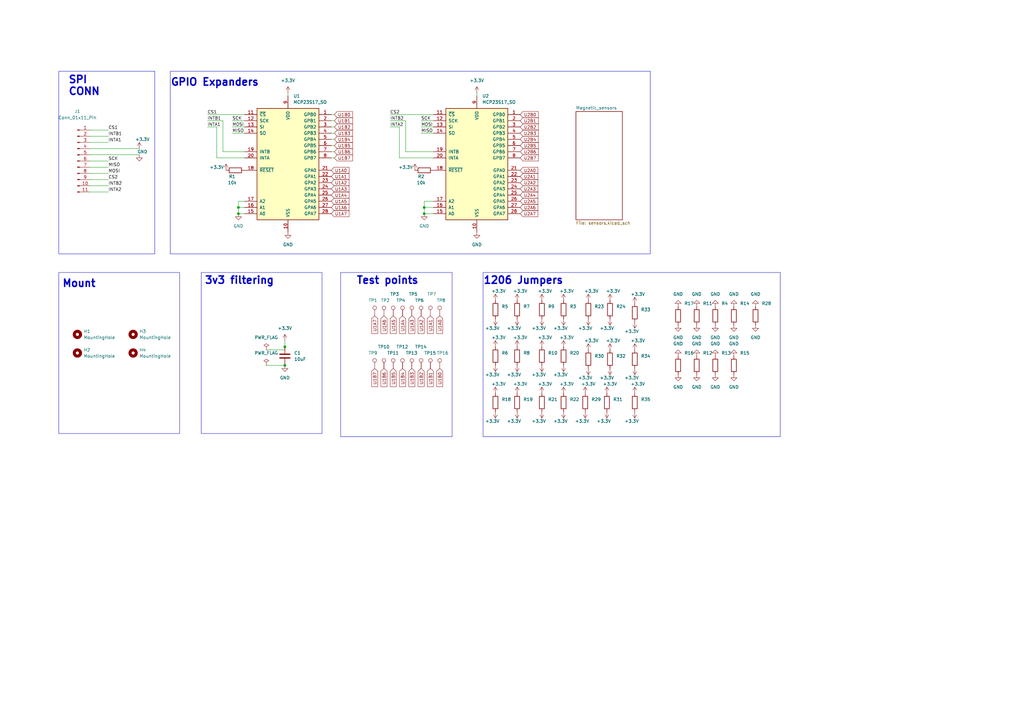
<source format=kicad_sch>
(kicad_sch (version 20230121) (generator eeschema)
  (paper "A3")
  (title_block (title "Chessboard  PCB ") (date "2025-09-19"))
  (lib_symbols
    (symbol "Connector:Conn_01x11_Pin" (pin_names (offset 1.016) hide)
      (property "Reference" "J" (at 0 15.24 0))
      (property "Value" "Conn_01x11_Pin" (at 0 -15.24 0))
      (symbol "Conn_01x11_Pin_1_1"
        (polyline (pts (xy 1.27 -12.7) (xy 0.8636 -12.7)) (stroke (width 0.1524)))
        (polyline (pts (xy 1.27 -10.16) (xy 0.8636 -10.16)) (stroke (width 0.1524)))
        (polyline (pts (xy 1.27 -7.62) (xy 0.8636 -7.62)) (stroke (width 0.1524)))
        (polyline (pts (xy 1.27 -5.08) (xy 0.8636 -5.08)) (stroke (width 0.1524)))
        (polyline (pts (xy 1.27 -2.54) (xy 0.8636 -2.54)) (stroke (width 0.1524)))
        (polyline (pts (xy 1.27 0) (xy 0.8636 0)) (stroke (width 0.1524)))
        (polyline (pts (xy 1.27 2.54) (xy 0.8636 2.54)) (stroke (width 0.1524)))
        (polyline (pts (xy 1.27 5.08) (xy 0.8636 5.08)) (stroke (width 0.1524)))
        (polyline (pts (xy 1.27 7.62) (xy 0.8636 7.62)) (stroke (width 0.1524)))
        (polyline (pts (xy 1.27 10.16) (xy 0.8636 10.16)) (stroke (width 0.1524)))
        (polyline (pts (xy 1.27 12.7) (xy 0.8636 12.7)) (stroke (width 0.1524)))
        (rectangle (start 0.8636 -12.573) (end 0 -12.827) (stroke (width 0.1524)) (fill (type outline)))
        (rectangle (start 0.8636 -10.033) (end 0 -10.287) (stroke (width 0.1524)) (fill (type outline)))
        (rectangle (start 0.8636 -7.493) (end 0 -7.747) (stroke (width 0.1524)) (fill (type outline)))
        (rectangle (start 0.8636 -4.953) (end 0 -5.207) (stroke (width 0.1524)) (fill (type outline)))
        (rectangle (start 0.8636 -2.413) (end 0 -2.667) (stroke (width 0.1524)) (fill (type outline)))
        (rectangle (start 0.8636 0.127) (end 0 -0.127) (stroke (width 0.1524)) (fill (type outline)))
        (rectangle (start 0.8636 2.667) (end 0 2.413) (stroke (width 0.1524)) (fill (type outline)))
        (rectangle (start 0.8636 5.207) (end 0 4.953) (stroke (width 0.1524)) (fill (type outline)))
        (rectangle (start 0.8636 7.747) (end 0 7.493) (stroke (width 0.1524)) (fill (type outline)))
        (rectangle (start 0.8636 10.287) (end 0 10.033) (stroke (width 0.1524)) (fill (type outline)))
        (rectangle (start 0.8636 12.827) (end 0 12.573) (stroke (width 0.1524)) (fill (type outline)))
        (pin passive line (at 5.08 12.7 180) (length 3.81) (name "Pin_1") (number "1"))
        (pin passive line (at 5.08 -10.16 180) (length 3.81) (name "Pin_10") (number "10"))
        (pin passive line (at 5.08 -12.7 180) (length 3.81) (name "Pin_11") (number "11"))
        (pin passive line (at 5.08 10.16 180) (length 3.81) (name "Pin_2") (number "2"))
        (pin passive line (at 5.08 7.62 180) (length 3.81) (name "Pin_3") (number "3"))
        (pin passive line (at 5.08 5.08 180) (length 3.81) (name "Pin_4") (number "4"))
        (pin passive line (at 5.08 2.54 180) (length 3.81) (name "Pin_5") (number "5"))
        (pin passive line (at 5.08 0 180) (length 3.81) (name "Pin_6") (number "6"))
        (pin passive line (at 5.08 -2.54 180) (length 3.81) (name "Pin_7") (number "7"))
        (pin passive line (at 5.08 -5.08 180) (length 3.81) (name "Pin_8") (number "8"))
        (pin passive line (at 5.08 -7.62 180) (length 3.81) (name "Pin_9") (number "9"))
      )
    )
    (symbol "Connector:TestPoint" (pin_numbers hide) (pin_names (offset 0.762) hide)
      (property "Reference" "TP" (at 0 6.858 0))
      (property "Value" "TestPoint" (at 0 5.08 0))
      (symbol "TestPoint_0_1"
        (circle (center 0 3.302) (radius 0.762))
      )
      (symbol "TestPoint_1_1"
        (pin passive line (at 0 0 90) (length 2.54) (name "1") (number "1"))
      )
    )
    (symbol "Device:C" (pin_numbers hide) (pin_names (offset 0.254))
      (property "Reference" "C" (at 0.635 2.54 0))
      (property "Value" "C" (at 0.635 -2.54 0))
      (symbol "C_0_1"
        (polyline (pts (xy -2.032 -0.762) (xy 2.032 -0.762)) (stroke (width 0.508)))
        (polyline (pts (xy -2.032 0.762) (xy 2.032 0.762)) (stroke (width 0.508)))
      )
      (symbol "C_1_1"
        (pin passive line (at 0 3.81 270) (length 2.794) (name "~") (number "1"))
        (pin passive line (at 0 -3.81 90) (length 2.794) (name "~") (number "2"))
      )
    )
    (symbol "Device:R" (pin_numbers hide) (pin_names (offset 0))
      (property "Reference" "R" (at 2.032 0 90))
      (property "Value" "R" (at 0 0 90))
      (symbol "R_0_1"
        (rectangle (start -1.016 -2.54) (end 1.016 2.54) (stroke (width 0.254)))
      )
      (symbol "R_1_1"
        (pin passive line (at 0 3.81 270) (length 1.27) (name "~") (number "1"))
        (pin passive line (at 0 -3.81 90) (length 1.27) (name "~") (number "2"))
      )
    )
    (symbol "Interface_Expansion:MCP23S17_SO" (pin_names (offset 1.016))
      (property "Reference" "U" (at -11.43 24.13 0))
      (property "Value" "MCP23S17_SO" (at 0 0 0))
      (symbol "MCP23S17_SO_0_1"
        (rectangle (start -12.7 22.86) (end 12.7 -22.86) (stroke (width 0.254)) (fill (type background)))
      )
      (symbol "MCP23S17_SO_1_1"
        (pin bidirectional line (at 17.78 20.32 180) (length 5.08) (name "GPB0") (number "1"))
        (pin power_in line (at 0 -27.94 90) (length 5.08) (name "VSS") (number "10"))
        (pin input line (at -17.78 20.32 0) (length 5.08) (name "~{CS}") (number "11"))
        (pin input line (at -17.78 17.78 0) (length 5.08) (name "SCK") (number "12"))
        (pin input line (at -17.78 15.24 0) (length 5.08) (name "SI") (number "13"))
        (pin tri_state line (at -17.78 12.7 0) (length 5.08) (name "SO") (number "14"))
        (pin input line (at -17.78 -20.32 0) (length 5.08) (name "A0") (number "15"))
        (pin input line (at -17.78 -17.78 0) (length 5.08) (name "A1") (number "16"))
        (pin input line (at -17.78 -15.24 0) (length 5.08) (name "A2") (number "17"))
        (pin input line (at -17.78 -2.54 0) (length 5.08) (name "~{RESET}") (number "18"))
        (pin tri_state line (at -17.78 5.08 0) (length 5.08) (name "INTB") (number "19"))
        (pin bidirectional line (at 17.78 17.78 180) (length 5.08) (name "GPB1") (number "2"))
        (pin tri_state line (at -17.78 2.54 0) (length 5.08) (name "INTA") (number "20"))
        (pin bidirectional line (at 17.78 -2.54 180) (length 5.08) (name "GPA0") (number "21"))
        (pin bidirectional line (at 17.78 -5.08 180) (length 5.08) (name "GPA1") (number "22"))
        (pin bidirectional line (at 17.78 -7.62 180) (length 5.08) (name "GPA2") (number "23"))
        (pin bidirectional line (at 17.78 -10.16 180) (length 5.08) (name "GPA3") (number "24"))
        (pin bidirectional line (at 17.78 -12.7 180) (length 5.08) (name "GPA4") (number "25"))
        (pin bidirectional line (at 17.78 -15.24 180) (length 5.08) (name "GPA5") (number "26"))
        (pin bidirectional line (at 17.78 -17.78 180) (length 5.08) (name "GPA6") (number "27"))
        (pin bidirectional line (at 17.78 -20.32 180) (length 5.08) (name "GPA7") (number "28"))
        (pin bidirectional line (at 17.78 15.24 180) (length 5.08) (name "GPB2") (number "3"))
        (pin bidirectional line (at 17.78 12.7 180) (length 5.08) (name "GPB3") (number "4"))
        (pin bidirectional line (at 17.78 10.16 180) (length 5.08) (name "GPB4") (number "5"))
        (pin bidirectional line (at 17.78 7.62 180) (length 5.08) (name "GPB5") (number "6"))
        (pin bidirectional line (at 17.78 5.08 180) (length 5.08) (name "GPB6") (number "7"))
        (pin bidirectional line (at 17.78 2.54 180) (length 5.08) (name "GPB7") (number "8"))
        (pin power_in line (at 0 27.94 270) (length 5.08) (name "VDD") (number "9"))
      )
    )
    (symbol "MCP23S17_SO_1" (pin_names (offset 1.016))
      (property "Reference" "U" (at -11.43 24.13 0))
      (property "Value" "MCP23S17_SO" (at 0 0 0))
      (symbol "MCP23S17_SO_1_0_1"
        (rectangle (start -12.7 22.86) (end 12.7 -22.86) (stroke (width 0.254)) (fill (type background)))
      )
      (symbol "MCP23S17_SO_1_1_1"
        (pin bidirectional line (at 17.78 20.32 180) (length 5.08) (name "GPB0") (number "1"))
        (pin power_in line (at 0 -27.94 90) (length 5.08) (name "VSS") (number "10"))
        (pin input line (at -17.78 20.32 0) (length 5.08) (name "~{CS}") (number "11"))
        (pin input line (at -17.78 17.78 0) (length 5.08) (name "SCK") (number "12"))
        (pin input line (at -17.78 15.24 0) (length 5.08) (name "SI") (number "13"))
        (pin tri_state line (at -17.78 12.7 0) (length 5.08) (name "SO") (number "14"))
        (pin input line (at -17.78 -20.32 0) (length 5.08) (name "A0") (number "15"))
        (pin input line (at -17.78 -17.78 0) (length 5.08) (name "A1") (number "16"))
        (pin input line (at -17.78 -15.24 0) (length 5.08) (name "A2") (number "17"))
        (pin input line (at -17.78 -2.54 0) (length 5.08) (name "~{RESET}") (number "18"))
        (pin tri_state line (at -17.78 5.08 0) (length 5.08) (name "INTB") (number "19"))
        (pin bidirectional line (at 17.78 17.78 180) (length 5.08) (name "GPB1") (number "2"))
        (pin tri_state line (at -17.78 2.54 0) (length 5.08) (name "INTA") (number "20"))
        (pin bidirectional line (at 17.78 -2.54 180) (length 5.08) (name "GPA0") (number "21"))
        (pin bidirectional line (at 17.78 -5.08 180) (length 5.08) (name "GPA1") (number "22"))
        (pin bidirectional line (at 17.78 -7.62 180) (length 5.08) (name "GPA2") (number "23"))
        (pin bidirectional line (at 17.78 -10.16 180) (length 5.08) (name "GPA3") (number "24"))
        (pin bidirectional line (at 17.78 -12.7 180) (length 5.08) (name "GPA4") (number "25"))
        (pin bidirectional line (at 17.78 -15.24 180) (length 5.08) (name "GPA5") (number "26"))
        (pin bidirectional line (at 17.78 -17.78 180) (length 5.08) (name "GPA6") (number "27"))
        (pin bidirectional line (at 17.78 -20.32 180) (length 5.08) (name "GPA7") (number "28"))
        (pin bidirectional line (at 17.78 15.24 180) (length 5.08) (name "GPB2") (number "3"))
        (pin bidirectional line (at 17.78 12.7 180) (length 5.08) (name "GPB3") (number "4"))
        (pin bidirectional line (at 17.78 10.16 180) (length 5.08) (name "GPB4") (number "5"))
        (pin bidirectional line (at 17.78 7.62 180) (length 5.08) (name "GPB5") (number "6"))
        (pin bidirectional line (at 17.78 5.08 180) (length 5.08) (name "GPB6") (number "7"))
        (pin bidirectional line (at 17.78 2.54 180) (length 5.08) (name "GPB7") (number "8"))
        (pin power_in line (at 0 27.94 270) (length 5.08) (name "VDD") (number "9"))
      )
    )
    (symbol "Mechanical:MountingHole" (pin_names (offset 1.016))
      (property "Reference" "H" (at 0 5.08 0))
      (property "Value" "MountingHole" (at 0 3.175 0))
      (symbol "MountingHole_0_1"
        (circle (center 0 0) (radius 1.27) (stroke (width 1.27)))
      )
    )
    (symbol "power:+3.3V" (power) (pin_names (offset 0))
      (property "Value" "+3.3V" (at 0 3.556 0))
      (symbol "+3.3V_0_1"
        (polyline (pts (xy -0.762 1.27) (xy 0 2.54)))
        (polyline (pts (xy 0 0) (xy 0 2.54)))
        (polyline (pts (xy 0 2.54) (xy 0.762 1.27)))
      )
      (symbol "+3.3V_1_1"
        (pin power_in line (at 0 0 90) (length 0) hide (name "+3.3V") (number "1"))
      )
    )
    (symbol "power:GND" (power) (pin_names (offset 0))
      (property "Value" "GND" (at 0 -3.81 0))
      (symbol "GND_0_1"
        (polyline (pts (xy 0 0) (xy 0 -1.27) (xy 1.27 -1.27) (xy 0 -2.54) (xy -1.27 -1.27) (xy 0 -1.27)))
      )
      (symbol "GND_1_1"
        (pin power_in line (at 0 0 270) (length 0) hide (name "GND") (number "1"))
      )
    )
    (symbol "power:PWR_FLAG" (power) (pin_numbers hide) (pin_names (offset 0) hide)
      (property "Value" "PWR_FLAG" (at 0 3.81 0))
      (symbol "PWR_FLAG_0_0"
        (pin power_out line (at 0 0 90) (length 0) (name "pwr") (number "1"))
      )
      (symbol "PWR_FLAG_0_1"
        (polyline (pts (xy 0 0) (xy 0 1.27) (xy -1.016 1.905) (xy 0 2.54) (xy 1.016 1.905) (xy 0 1.27)))
      )
    )
  )
  (junction (at 116.84 142.24))
  (junction (at 173.99 87.63))
  (junction (at 116.84 149.86))
  (junction (at 173.99 85.09))
  (junction (at 97.79 85.09))
  (junction (at 97.79 87.63))
  (wire (pts (xy 36.83 68.58) (xy 44.45 68.58)))
  (wire (pts (xy 172.72 49.53) (xy 177.8 49.53)))
  (wire (pts (xy 116.84 143.51) (xy 116.84 142.24)))
  (wire (pts (xy 44.45 55.88) (xy 36.83 55.88)))
  (wire (pts (xy 166.37 62.23) (xy 166.37 49.53)))
  (wire (pts (xy 195.58 38.1) (xy 195.58 39.37)))
  (wire (pts (xy 44.45 76.2) (xy 36.83 76.2)))
  (wire (pts (xy 137.16 54.61) (xy 135.89 54.61)))
  (wire (pts (xy 88.9 52.07) (xy 85.09 52.07)))
  (wire (pts (xy 173.99 85.09) (xy 177.8 85.09)))
  (wire (pts (xy 97.79 85.09) (xy 97.79 87.63)))
  (wire (pts (xy 109.22 143.51) (xy 116.84 143.51)))
  (wire (pts (xy 97.79 85.09) (xy 100.33 85.09)))
  (wire (pts (xy 36.83 71.12) (xy 44.45 71.12)))
  (wire (pts (xy 137.16 49.53) (xy 135.89 49.53)))
  (wire (pts (xy 97.79 87.63) (xy 100.33 87.63)))
  (wire (pts (xy 177.8 82.55) (xy 173.99 82.55)))
  (wire (pts (xy 88.9 64.77) (xy 88.9 52.07)))
  (wire (pts (xy 137.16 46.99) (xy 135.89 46.99)))
  (wire (pts (xy 163.83 52.07) (xy 163.83 64.77)))
  (wire (pts (xy 36.83 63.5) (xy 57.15 63.5)))
  (wire (pts (xy 163.83 64.77) (xy 177.8 64.77)))
  (wire (pts (xy 160.02 49.53) (xy 166.37 49.53)))
  (wire (pts (xy 44.45 78.74) (xy 36.83 78.74)))
  (wire (pts (xy 85.09 49.53) (xy 91.44 49.53)))
  (wire (pts (xy 137.16 52.07) (xy 135.89 52.07)))
  (wire (pts (xy 44.45 73.66) (xy 36.83 73.66)))
  (wire (pts (xy 173.99 87.63) (xy 177.8 87.63)))
  (wire (pts (xy 88.9 64.77) (xy 100.33 64.77)))
  (wire (pts (xy 172.72 54.61) (xy 177.8 54.61)))
  (wire (pts (xy 137.16 59.69) (xy 135.89 59.69)))
  (wire (pts (xy 116.84 139.7) (xy 116.84 142.24)))
  (wire (pts (xy 97.79 82.55) (xy 97.79 85.09)))
  (wire (pts (xy 137.16 57.15) (xy 135.89 57.15)))
  (wire (pts (xy 95.25 52.07) (xy 100.33 52.07)))
  (wire (pts (xy 173.99 85.09) (xy 173.99 87.63)))
  (wire (pts (xy 172.72 52.07) (xy 177.8 52.07)))
  (wire (pts (xy 91.44 62.23) (xy 100.33 62.23)))
  (wire (pts (xy 109.22 149.86) (xy 116.84 149.86)))
  (wire (pts (xy 160.02 52.07) (xy 163.83 52.07)))
  (wire (pts (xy 177.8 62.23) (xy 166.37 62.23)))
  (wire (pts (xy 44.45 58.42) (xy 36.83 58.42)))
  (wire (pts (xy 36.83 66.04) (xy 44.45 66.04)))
  (wire (pts (xy 95.25 49.53) (xy 100.33 49.53)))
  (wire (pts (xy 36.83 60.96) (xy 57.15 60.96)))
  (wire (pts (xy 160.02 46.99) (xy 177.8 46.99)))
  (wire (pts (xy 85.09 46.99) (xy 100.33 46.99)))
  (wire (pts (xy 137.16 62.23) (xy 135.89 62.23)))
  (wire (pts (xy 173.99 82.55) (xy 173.99 85.09)))
  (wire (pts (xy 91.44 49.53) (xy 91.44 62.23)))
  (wire (pts (xy 137.16 64.77) (xy 135.89 64.77)))
  (wire (pts (xy 44.45 53.34) (xy 36.83 53.34)))
  (wire (pts (xy 95.25 54.61) (xy 100.33 54.61)))
  (wire (pts (xy 118.11 38.1) (xy 118.11 39.37)))
  (wire (pts (xy 100.33 82.55) (xy 97.79 82.55)))
  (rectangle (start 24.13 111.76) (end 73.66 177.8))
  (rectangle (start 24.13 29.21) (end 63.5 104.14))
  (rectangle (start 82.55 111.76) (end 132.08 177.8))
  (rectangle (start 198.12 111.76) (end 320.04 179.07))
  (rectangle (start 69.85 29.21) (end 266.7 104.14))
  (rectangle (start 139.7 111.76) (end 185.42 179.07))
  (text "Test points\n" (at 146.05 116.84 0) (effects (font (size 3 3) (thickness 0.6) bold) (justify left bottom)))
  (text "GPIO Expanders" (at 69.85 35.56 0) (effects (font (size 3 3) (thickness 0.6) bold) (justify left bottom)))
  (text "Mount" (at 25.4 118.11 0) (effects (font (size 3 3) (thickness 0.6) bold) (justify left bottom)))
  (text "SPI \nCONN" (at 27.94 39.37 0) (effects (font (size 3 3) (thickness 0.6) bold) (justify left bottom)))
  (text "1206 Jumpers\n" (at 198.12 116.84 0) (effects (font (size 3 3) (thickness 0.6) bold) (justify left bottom)))
  (text "3v3 filtering" (at 83.82 116.84 0) (effects (font (size 3 3) (thickness 0.6) bold) (justify left bottom)))
  (label "INTB2" (at 44.45 76.2 0))
  (label "CS1" (at 85.09 46.99 0))
  (label "CS2" (at 160.02 46.99 0))
  (label "INTA1" (at 44.45 58.42 0))
  (label "INTA2" (at 44.45 78.74 0))
  (label "MOSI" (at 44.45 71.12 0))
  (label "CS1" (at 44.45 53.34 0))
  (label "INTB2" (at 160.02 49.53 0))
  (label "INTA2" (at 160.02 52.07 0))
  (label "INTA1" (at 85.09 52.07 0))
  (label "MISO" (at 44.45 68.58 0))
  (label "MISO" (at 172.72 54.61 0))
  (label "MOSI" (at 172.72 52.07 0))
  (label "SCK" (at 44.45 66.04 0))
  (label "SCK" (at 95.25 49.53 0))
  (label "MOSI" (at 95.25 52.07 0))
  (label "INTB1" (at 85.09 49.53 0))
  (label "INTB1" (at 44.45 55.88 0))
  (label "MISO" (at 95.25 54.61 0))
  (label "SCK" (at 172.72 49.53 0))
  (label "CS2" (at 44.45 73.66 0))
  (global_label "U2B3" (shape input) (at 213.36 54.61 0) (property "Intersheetrefs" "${INTERSHEET_REFS}" (effects hide)))
  (global_label "U1A6" (shape input) (at 157.48 129.54 270) (property "Intersheetrefs" "${INTERSHEET_REFS}" (effects hide)))
  (global_label "U2A1" (shape input) (at 213.36 72.39 0) (property "Intersheetrefs" "${INTERSHEET_REFS}" (effects hide)))
  (global_label "U1A2" (shape input) (at 172.72 129.54 270) (property "Intersheetrefs" "${INTERSHEET_REFS}" (effects hide)))
  (global_label "U1B5" (shape input) (at 161.29 151.13 270) (property "Intersheetrefs" "${INTERSHEET_REFS}" (effects hide)))
  (global_label "U1A2" (shape input) (at 135.89 74.93 0) (property "Intersheetrefs" "${INTERSHEET_REFS}" (effects hide)))
  (global_label "U1A3" (shape input) (at 135.89 77.47 0) (property "Intersheetrefs" "${INTERSHEET_REFS}" (effects hide)))
  (global_label "U1B0" (shape input) (at 137.16 46.99 0) (property "Intersheetrefs" "${INTERSHEET_REFS}" (effects hide)))
  (global_label "U1B3" (shape input) (at 137.16 54.61 0) (property "Intersheetrefs" "${INTERSHEET_REFS}" (effects hide)))
  (global_label "U1B2" (shape input) (at 137.16 52.07 0) (property "Intersheetrefs" "${INTERSHEET_REFS}" (effects hide)))
  (global_label "U1B3" (shape input) (at 168.91 151.13 270) (property "Intersheetrefs" "${INTERSHEET_REFS}" (effects hide)))
  (global_label "U1B6" (shape input) (at 137.16 62.23 0) (property "Intersheetrefs" "${INTERSHEET_REFS}" (effects hide)))
  (global_label "U1B4" (shape input) (at 165.1 151.13 270) (property "Intersheetrefs" "${INTERSHEET_REFS}" (effects hide)))
  (global_label "U2A7" (shape input) (at 213.36 87.63 0) (property "Intersheetrefs" "${INTERSHEET_REFS}" (effects hide)))
  (global_label "U1B4" (shape input) (at 137.16 57.15 0) (property "Intersheetrefs" "${INTERSHEET_REFS}" (effects hide)))
  (global_label "U1B5" (shape input) (at 137.16 59.69 0) (property "Intersheetrefs" "${INTERSHEET_REFS}" (effects hide)))
  (global_label "U1A7" (shape input) (at 135.89 87.63 0) (property "Intersheetrefs" "${INTERSHEET_REFS}" (effects hide)))
  (global_label "U2A6" (shape input) (at 213.36 85.09 0) (property "Intersheetrefs" "${INTERSHEET_REFS}" (effects hide)))
  (global_label "U1A5" (shape input) (at 161.29 129.54 270) (property "Intersheetrefs" "${INTERSHEET_REFS}" (effects hide)))
  (global_label "U2B1" (shape input) (at 213.36 49.53 0) (property "Intersheetrefs" "${INTERSHEET_REFS}" (effects hide)))
  (global_label "U1A1" (shape input) (at 176.53 129.54 270) (property "Intersheetrefs" "${INTERSHEET_REFS}" (effects hide)))
  (global_label "U2B5" (shape input) (at 213.36 59.69 0) (property "Intersheetrefs" "${INTERSHEET_REFS}" (effects hide)))
  (global_label "U2B4" (shape input) (at 213.36 57.15 0) (property "Intersheetrefs" "${INTERSHEET_REFS}" (effects hide)))
  (global_label "U1B7" (shape input) (at 153.67 151.13 270) (property "Intersheetrefs" "${INTERSHEET_REFS}" (effects hide)))
  (global_label "U1A6" (shape input) (at 135.89 85.09 0) (property "Intersheetrefs" "${INTERSHEET_REFS}" (effects hide)))
  (global_label "U1B1" (shape input) (at 137.16 49.53 0) (property "Intersheetrefs" "${INTERSHEET_REFS}" (effects hide)))
  (global_label "U1A5" (shape input) (at 135.89 82.55 0) (property "Intersheetrefs" "${INTERSHEET_REFS}" (effects hide)))
  (global_label "U2A0" (shape input) (at 213.36 69.85 0) (property "Intersheetrefs" "${INTERSHEET_REFS}" (effects hide)))
  (global_label "U2A3" (shape input) (at 213.36 77.47 0) (property "Intersheetrefs" "${INTERSHEET_REFS}" (effects hide)))
  (global_label "U1A0" (shape input) (at 180.34 129.54 270) (property "Intersheetrefs" "${INTERSHEET_REFS}" (effects hide)))
  (global_label "U1B6" (shape input) (at 157.48 151.13 270) (property "Intersheetrefs" "${INTERSHEET_REFS}" (effects hide)))
  (global_label "U1B1" (shape input) (at 176.53 151.13 270) (property "Intersheetrefs" "${INTERSHEET_REFS}" (effects hide)))
  (global_label "U1A1" (shape input) (at 135.89 72.39 0) (property "Intersheetrefs" "${INTERSHEET_REFS}" (effects hide)))
  (global_label "U2B6" (shape input) (at 213.36 62.23 0) (property "Intersheetrefs" "${INTERSHEET_REFS}" (effects hide)))
  (global_label "U1A7" (shape input) (at 153.67 129.54 270) (property "Intersheetrefs" "${INTERSHEET_REFS}" (effects hide)))
  (global_label "U1A4" (shape input) (at 135.89 80.01 0) (property "Intersheetrefs" "${INTERSHEET_REFS}" (effects hide)))
  (global_label "U2A4" (shape input) (at 213.36 80.01 0) (property "Intersheetrefs" "${INTERSHEET_REFS}" (effects hide)))
  (global_label "U2B7" (shape input) (at 213.36 64.77 0) (property "Intersheetrefs" "${INTERSHEET_REFS}" (effects hide)))
  (global_label "U2A5" (shape input) (at 213.36 82.55 0) (property "Intersheetrefs" "${INTERSHEET_REFS}" (effects hide)))
  (global_label "U1A0" (shape input) (at 135.89 69.85 0) (property "Intersheetrefs" "${INTERSHEET_REFS}" (effects hide)))
  (global_label "U1A4" (shape input) (at 165.1 129.54 270) (property "Intersheetrefs" "${INTERSHEET_REFS}" (effects hide)))
  (global_label "U2A2" (shape input) (at 213.36 74.93 0) (property "Intersheetrefs" "${INTERSHEET_REFS}" (effects hide)))
  (global_label "U1B0" (shape input) (at 180.34 151.13 270) (property "Intersheetrefs" "${INTERSHEET_REFS}" (effects hide)))
  (global_label "U1A3" (shape input) (at 168.91 129.54 270) (property "Intersheetrefs" "${INTERSHEET_REFS}" (effects hide)))
  (global_label "U1B7" (shape input) (at 137.16 64.77 0) (property "Intersheetrefs" "${INTERSHEET_REFS}" (effects hide)))
  (global_label "U2B2" (shape input) (at 213.36 52.07 0) (property "Intersheetrefs" "${INTERSHEET_REFS}" (effects hide)))
  (global_label "U1B2" (shape input) (at 172.72 151.13 270) (property "Intersheetrefs" "${INTERSHEET_REFS}" (effects hide)))
  (global_label "U2B0" (shape input) (at 213.36 46.99 0) (property "Intersheetrefs" "${INTERSHEET_REFS}" (effects hide)))
  (symbol (lib_id "Device:R") (at 222.25 165.1 0) (unit 1)
    (property "Reference" "R21" (at 224.79 163.83 0) (effects (justify left)))
    (property "Value" "R" (effects hide))
    (property "Footprint" "Resistor_SMD:R_1206_3216Metric" (effects hide))
  )
  (symbol (lib_id "power:+3.3V") (at 222.25 130.81 0) (mirror x) (unit 1)
    (property "Reference" "#PWR0118" (effects hide))
    (property "Value" "+3.3V" (at 220.98 134.62 0))
  )
  (symbol (lib_id "power:+3.3V") (at 170.18 69.85 0) (unit 1)
    (property "Reference" "#PWR0107" (effects hide))
    (property "Value" "+3.3V" (at 166.37 68.58 0))
  )
  (symbol (lib_id "Device:R") (at 212.09 165.1 0) (unit 1)
    (property "Reference" "R19" (at 214.63 163.83 0) (effects (justify left)))
    (property "Value" "R" (effects hide))
    (property "Footprint" "Resistor_SMD:R_1206_3216Metric" (effects hide))
  )
  (symbol (lib_id "power:+3.3V") (at 248.92 161.29 0) (mirror y) (unit 1)
    (property "Reference" "#PWR0167" (effects hide))
    (property "Value" "+3.3V" (at 250.19 157.48 0))
  )
  (symbol (lib_id "Device:R") (at 240.03 165.1 0) (unit 1)
    (property "Reference" "R29" (at 242.57 163.83 0) (effects (justify left)))
    (property "Value" "R" (effects hide))
    (property "Footprint" "Resistor_SMD:R_1206_3216Metric" (effects hide))
  )
  (symbol (lib_id "Connector:TestPoint") (at 172.72 129.54 0) (unit 1)
    (property "Reference" "TP6" (at 170.18 123.19 0) (effects (justify left)))
    (property "Value" "TestPoint" (effects hide))
    (property "Footprint" "TestPoint:TestPoint_Pad_D1.5mm" (effects hide))
  )
  (symbol (lib_id "power:GND") (at 278.13 125.73 180) (unit 1)
    (property "Reference" "#PWR0137" (effects hide))
    (property "Value" "GND" (at 278.13 120.65 0))
  )
  (symbol (lib_id "power:+3.3V") (at 203.2 142.24 0) (mirror y) (unit 1)
    (property "Reference" "#PWR0119" (effects hide))
    (property "Value" "+3.3V" (at 204.47 138.43 0))
  )
  (symbol (lib_id "power:+3.3V") (at 250.19 123.19 0) (mirror y) (unit 1)
    (property "Reference" "#PWR0151" (effects hide))
    (property "Value" "+3.3V" (at 251.46 119.38 0))
  )
  (symbol (lib_id "power:+3.3V") (at 203.2 130.81 0) (mirror x) (unit 1)
    (property "Reference" "#PWR0112" (effects hide))
    (property "Value" "+3.3V" (at 201.93 134.62 0))
  )
  (symbol (lib_id "power:+3.3V") (at 203.2 161.29 0) (mirror y) (unit 1)
    (property "Reference" "#PWR0141" (effects hide))
    (property "Value" "+3.3V" (at 204.47 157.48 0))
  )
  (symbol (lib_id "power:+3.3V") (at 260.35 132.08 0) (mirror x) (unit 1)
    (property "Reference" "#PWR0170" (effects hide))
    (property "Value" "+3.3V" (at 259.08 135.89 0))
  )
  (symbol (lib_id "power:+3.3V") (at 250.19 143.51 0) (mirror y) (unit 1)
    (property "Reference" "#PWR0163" (effects hide))
    (property "Value" "+3.3V" (at 251.46 139.7 0))
  )
  (symbol (lib_id "power:+3.3V") (at 241.3 123.19 0) (mirror y) (unit 1)
    (property "Reference" "#PWR0149" (effects hide))
    (property "Value" "+3.3V" (at 242.57 119.38 0))
  )
  (symbol (lib_id "power:+3.3V") (at 240.03 168.91 0) (mirror x) (unit 1)
    (property "Reference" "#PWR0166" (effects hide))
    (property "Value" "+3.3V" (at 238.76 172.72 0))
  )
  (symbol (lib_id "power:GND") (at 285.75 146.05 180) (unit 1)
    (property "Reference" "#PWR0129" (effects hide))
    (property "Value" "GND" (at 285.75 140.97 0))
  )
  (symbol (lib_id "power:+3.3V") (at 231.14 149.86 0) (mirror x) (unit 1)
    (property "Reference" "#PWR0140" (effects hide))
    (property "Value" "+3.3V" (at 229.87 153.67 0))
  )
  (symbol (lib_id "power:GND") (at 309.88 133.35 0) (unit 1)
    (property "Reference" "#PWR0160" (effects hide))
    (property "Value" "GND" (at 309.88 138.43 0))
  )
  (symbol (lib_name "MCP23S17_SO_1") (lib_id "Interface_Expansion:MCP23S17_SO") (at 195.58 67.31 0) (unit 1)
    (property "Reference" "U2" (at 197.7741 39.37 0) (effects (justify left)))
    (property "Value" "MCP23S17_SO" (at 197.7741 41.91 0) (effects (justify left)))
    (property "Footprint" "Package_SO:SOIC-28W_7.5x17.9mm_P1.27mm" (effects hide))
    (property "Datasheet" "http://ww1.microchip.com/downloads/en/DeviceDoc/20001952C.pdf" (effects hide))
  )
  (symbol (lib_id "power:+3.3V") (at 57.15 60.96 0) (mirror y) (unit 1)
    (property "Reference" "#PWR0108" (effects hide))
    (property "Value" "+3.3V" (at 58.42 57.15 0))
  )
  (symbol (lib_id "power:GND") (at 57.15 63.5 0) (mirror y) (unit 1)
    (property "Reference" "#PWR0106" (effects hide))
    (property "Value" "GND" (at 58.42 62.23 0))
  )
  (symbol (lib_id "Device:R") (at 96.52 69.85 90) (unit 1)
    (property "Reference" "R1" (at 95.25 72.39 90))
    (property "Value" "10k" (at 95.25 74.93 90))
    (property "Footprint" "Resistor_SMD:R_0402_1005Metric_Pad0.72x0.64mm_HandSolder" (effects hide))
  )
  (symbol (lib_id "Device:R") (at 212.09 146.05 0) (unit 1)
    (property "Reference" "R8" (at 214.63 144.78 0) (effects (justify left)))
    (property "Value" "R" (effects hide))
    (property "Footprint" "Resistor_SMD:R_1206_3216Metric" (effects hide))
  )
  (symbol (lib_id "power:+3.3V") (at 222.25 161.29 0) (mirror y) (unit 1)
    (property "Reference" "#PWR0145" (effects hide))
    (property "Value" "+3.3V" (at 223.52 157.48 0))
  )
  (symbol (lib_id "power:+3.3V") (at 212.09 168.91 0) (mirror x) (unit 1)
    (property "Reference" "#PWR0144" (effects hide))
    (property "Value" "+3.3V" (at 210.82 172.72 0))
  )
  (symbol (lib_id "power:+3.3V") (at 231.14 142.24 0) (mirror y) (unit 1)
    (property "Reference" "#PWR0139" (effects hide))
    (property "Value" "+3.3V" (at 232.41 138.43 0))
  )
  (symbol (lib_id "power:GND") (at 118.11 95.25 0) (unit 1)
    (property "Reference" "#PWR05" (effects hide))
    (property "Value" "GND" (at 118.11 100.33 0))
  )
  (symbol (lib_id "power:+3.3V") (at 260.35 168.91 0) (mirror x) (unit 1)
    (property "Reference" "#PWR0172" (effects hide))
    (property "Value" "+3.3V" (at 259.08 172.72 0))
  )
  (symbol (lib_id "power:+3.3V") (at 222.25 168.91 0) (mirror x) (unit 1)
    (property "Reference" "#PWR0146" (effects hide))
    (property "Value" "+3.3V" (at 220.98 172.72 0))
  )
  (symbol (lib_id "Connector:TestPoint") (at 161.29 129.54 0) (unit 1)
    (property "Reference" "TP3" (at 160.02 120.65 0) (effects (justify left)))
    (property "Value" "TestPoint" (effects hide))
    (property "Footprint" "TestPoint:TestPoint_Pad_D1.5mm" (effects hide))
  )
  (symbol (lib_id "power:PWR_FLAG") (at 109.22 149.86 0) (unit 1)
    (property "Reference" "#FLG02" (effects hide))
    (property "Value" "PWR_FLAG" (at 109.22 144.78 0))
  )
  (symbol (lib_id "Connector:TestPoint") (at 165.1 129.54 0) (unit 1)
    (property "Reference" "TP4" (at 162.56 123.19 0) (effects (justify left)))
    (property "Value" "TestPoint" (effects hide))
    (property "Footprint" "TestPoint:TestPoint_Pad_D1.5mm" (effects hide))
  )
  (symbol (lib_id "Mechanical:MountingHole") (at 54.61 137.16 0) (unit 1)
    (property "Reference" "H3" (at 57.15 135.89 0) (effects (justify left)))
    (property "Value" "MountingHole" (at 57.15 138.43 0) (effects (justify left)))
    (property "Footprint" "MountingHole:MountingHole_3.2mm_M3_ISO7380" (effects hide))
  )
  (symbol (lib_id "power:PWR_FLAG") (at 109.22 143.51 0) (unit 1)
    (property "Reference" "#FLG01" (effects hide))
    (property "Value" "PWR_FLAG" (at 109.22 138.43 0))
  )
  (symbol (lib_id "power:+3.3V") (at 118.11 38.1 0) (unit 1)
    (property "Reference" "#PWR01" (effects hide))
    (property "Value" "+3.3V" (at 118.11 33.02 0))
  )
  (symbol (lib_id "Connector:TestPoint") (at 180.34 151.13 0) (unit 1)
    (property "Reference" "TP16" (at 179.07 144.78 0) (effects (justify left)))
    (property "Value" "TestPoint" (effects hide))
    (property "Footprint" "TestPoint:TestPoint_Pad_D1.5mm" (effects hide))
  )
  (symbol (lib_id "Device:R") (at 250.19 127 0) (unit 1)
    (property "Reference" "R24" (at 252.73 125.73 0) (effects (justify left)))
    (property "Value" "R" (effects hide))
    (property "Footprint" "Resistor_SMD:R_1206_3216Metric" (effects hide))
  )
  (symbol (lib_id "Connector:TestPoint") (at 168.91 129.54 0) (unit 1)
    (property "Reference" "TP5" (at 167.64 120.65 0) (effects (justify left)))
    (property "Value" "TestPoint" (effects hide))
    (property "Footprint" "TestPoint:TestPoint_Pad_D1.5mm" (effects hide))
  )
  (symbol (lib_id "Device:R") (at 203.2 146.05 0) (unit 1)
    (property "Reference" "R6" (at 205.74 144.78 0) (effects (justify left)))
    (property "Value" "R" (effects hide))
    (property "Footprint" "Resistor_SMD:R_1206_3216Metric" (effects hide))
  )
  (symbol (lib_id "power:+3.3V") (at 231.14 130.81 0) (mirror x) (unit 1)
    (property "Reference" "#PWR0110" (effects hide))
    (property "Value" "+3.3V" (at 229.87 134.62 0))
  )
  (symbol (lib_id "power:+3.3V") (at 260.35 161.29 0) (mirror y) (unit 1)
    (property "Reference" "#PWR0171" (effects hide))
    (property "Value" "+3.3V" (at 261.62 157.48 0))
  )
  (symbol (lib_id "power:+3.3V") (at 222.25 142.24 0) (mirror y) (unit 1)
    (property "Reference" "#PWR0123" (effects hide))
    (property "Value" "+3.3V" (at 223.52 138.43 0))
  )
  (symbol (lib_id "power:+3.3V") (at 92.71 69.85 0) (unit 1)
    (property "Reference" "#PWR0105" (effects hide))
    (property "Value" "+3.3V" (at 88.9 68.58 0))
  )
  (symbol (lib_id "power:+3.3V") (at 250.19 151.13 0) (mirror x) (unit 1)
    (property "Reference" "#PWR0164" (effects hide))
    (property "Value" "+3.3V" (at 248.92 154.94 0))
  )
  (symbol (lib_id "power:GND") (at 309.88 125.73 180) (unit 1)
    (property "Reference" "#PWR0159" (effects hide))
    (property "Value" "GND" (at 309.88 120.65 0))
  )
  (symbol (lib_id "Device:R") (at 260.35 165.1 0) (unit 1)
    (property "Reference" "R35" (at 262.89 163.83 0) (effects (justify left)))
    (property "Value" "R" (effects hide))
    (property "Footprint" "Resistor_SMD:R_1206_3216Metric" (effects hide))
  )
  (symbol (lib_id "Device:C") (at 116.84 146.05 0) (unit 1)
    (property "Reference" "C1" (at 120.65 144.78 0) (effects (justify left)))
    (property "Value" "10uF" (at 120.65 147.32 0) (effects (justify left)))
    (property "Footprint" "Capacitor_SMD:C_1206_3216Metric_Pad1.33x1.80mm_HandSolder" (effects hide))
  )
  (symbol (lib_id "Device:R") (at 300.99 129.54 0) (unit 1)
    (property "Reference" "R14" (at 303.53 124.46 0) (effects (justify left)))
    (property "Value" "R" (effects hide))
    (property "Footprint" "Resistor_SMD:R_1206_3216Metric" (effects hide))
  )
  (symbol (lib_id "power:GND") (at 285.75 133.35 0) (unit 1)
    (property "Reference" "#PWR0126" (effects hide))
    (property "Value" "GND" (at 285.75 138.43 0))
  )
  (symbol (lib_id "Device:R") (at 222.25 146.05 0) (unit 1)
    (property "Reference" "R10" (at 224.79 144.78 0) (effects (justify left)))
    (property "Value" "R" (effects hide))
    (property "Footprint" "Resistor_SMD:R_1206_3216Metric" (effects hide))
  )
  (symbol (lib_id "power:+3.3V") (at 203.2 149.86 0) (mirror x) (unit 1)
    (property "Reference" "#PWR0120" (effects hide))
    (property "Value" "+3.3V" (at 201.93 153.67 0))
  )
  (symbol (lib_id "Connector:TestPoint") (at 153.67 151.13 0) (unit 1)
    (property "Reference" "TP9" (at 151.13 144.78 0) (effects (justify left)))
    (property "Value" "TestPoint" (effects hide))
    (property "Footprint" "TestPoint:TestPoint_Pad_D1.5mm" (effects hide))
  )
  (symbol (lib_id "power:GND") (at 293.37 153.67 0) (unit 1)
    (property "Reference" "#PWR0132" (effects hide))
    (property "Value" "GND" (at 293.37 158.75 0))
  )
  (symbol (lib_id "Device:R") (at 278.13 129.54 0) (unit 1)
    (property "Reference" "R17" (at 280.67 124.46 0) (effects (justify left)))
    (property "Value" "R" (effects hide))
    (property "Footprint" "Resistor_SMD:R_1206_3216Metric" (effects hide))
  )
  (symbol (lib_id "Device:R") (at 285.75 129.54 0) (unit 1)
    (property "Reference" "R11" (at 288.29 124.46 0) (effects (justify left)))
    (property "Value" "R" (effects hide))
    (property "Footprint" "Resistor_SMD:R_1206_3216Metric" (effects hide))
  )
  (symbol (lib_id "power:+3.3V") (at 203.2 168.91 0) (mirror x) (unit 1)
    (property "Reference" "#PWR0142" (effects hide))
    (property "Value" "+3.3V" (at 201.93 172.72 0))
  )
  (symbol (lib_id "power:GND") (at 300.99 125.73 180) (unit 1)
    (property "Reference" "#PWR0127" (effects hide))
    (property "Value" "GND" (at 300.99 120.65 0))
  )
  (symbol (lib_id "Device:R") (at 173.99 69.85 90) (unit 1)
    (property "Reference" "R2" (at 172.72 72.39 90))
    (property "Value" "10k" (at 172.72 74.93 90))
    (property "Footprint" "Resistor_SMD:R_0402_1005Metric_Pad0.72x0.64mm_HandSolder" (effects hide))
  )
  (symbol (lib_id "power:+3.3V") (at 231.14 161.29 0) (mirror y) (unit 1)
    (property "Reference" "#PWR0147" (effects hide))
    (property "Value" "+3.3V" (at 232.41 157.48 0))
  )
  (symbol (lib_id "power:+3.3V") (at 231.14 168.91 0) (mirror x) (unit 1)
    (property "Reference" "#PWR0148" (effects hide))
    (property "Value" "+3.3V" (at 229.87 172.72 0))
  )
  (symbol (lib_id "power:+3.3V") (at 212.09 123.19 0) (mirror y) (unit 1)
    (property "Reference" "#PWR0115" (effects hide))
    (property "Value" "+3.3V" (at 213.36 119.38 0))
  )
  (symbol (lib_id "Device:R") (at 293.37 149.86 0) (unit 1)
    (property "Reference" "R13" (at 295.91 144.78 0) (effects (justify left)))
    (property "Value" "R" (effects hide))
    (property "Footprint" "Resistor_SMD:R_1206_3216Metric" (effects hide))
  )
  (symbol (lib_id "Device:R") (at 203.2 127 0) (unit 1)
    (property "Reference" "R5" (at 205.74 125.73 0) (effects (justify left)))
    (property "Value" "R" (effects hide))
    (property "Footprint" "Resistor_SMD:R_1206_3216Metric" (effects hide))
  )
  (symbol (lib_id "Interface_Expansion:MCP23S17_SO") (at 118.11 67.31 0) (unit 1)
    (property "Reference" "U1" (at 120.3041 39.37 0) (effects (justify left)))
    (property "Value" "MCP23S17_SO" (at 120.3041 41.91 0) (effects (justify left)))
    (property "Footprint" "Package_SO:SOIC-28W_7.5x17.9mm_P1.27mm" (effects hide))
    (property "Datasheet" "http://ww1.microchip.com/downloads/en/DeviceDoc/20001952C.pdf" (effects hide))
  )
  (symbol (lib_id "Device:R") (at 231.14 146.05 0) (unit 1)
    (property "Reference" "R20" (at 233.68 144.78 0) (effects (justify left)))
    (property "Value" "R" (effects hide))
    (property "Footprint" "Resistor_SMD:R_1206_3216Metric" (effects hide))
  )
  (symbol (lib_id "Connector:TestPoint") (at 176.53 129.54 0) (unit 1)
    (property "Reference" "TP7" (at 175.26 120.65 0) (effects (justify left)))
    (property "Value" "TestPoint" (effects hide))
    (property "Footprint" "TestPoint:TestPoint_Pad_D1.5mm" (effects hide))
  )
  (symbol (lib_id "power:GND") (at 278.13 146.05 180) (unit 1)
    (property "Reference" "#PWR0135" (effects hide))
    (property "Value" "GND" (at 278.13 140.97 0))
  )
  (symbol (lib_id "Device:R") (at 212.09 127 0) (unit 1)
    (property "Reference" "R7" (at 214.63 125.73 0) (effects (justify left)))
    (property "Value" "R" (effects hide))
    (property "Footprint" "Resistor_SMD:R_1206_3216Metric" (effects hide))
  )
  (symbol (lib_id "power:+3.3V") (at 240.03 161.29 0) (mirror y) (unit 1)
    (property "Reference" "#PWR0165" (effects hide))
    (property "Value" "+3.3V" (at 241.3 157.48 0))
  )
  (symbol (lib_id "power:+3.3V") (at 212.09 161.29 0) (mirror y) (unit 1)
    (property "Reference" "#PWR0143" (effects hide))
    (property "Value" "+3.3V" (at 213.36 157.48 0))
  )
  (symbol (lib_id "power:+3.3V") (at 241.3 143.51 0) (mirror y) (unit 1)
    (property "Reference" "#PWR0161" (effects hide))
    (property "Value" "+3.3V" (at 242.57 139.7 0))
  )
  (symbol (lib_id "power:+3.3V") (at 212.09 142.24 0) (mirror y) (unit 1)
    (property "Reference" "#PWR0121" (effects hide))
    (property "Value" "+3.3V" (at 213.36 138.43 0))
  )
  (symbol (lib_id "power:+3.3V") (at 250.19 130.81 0) (mirror x) (unit 1)
    (property "Reference" "#PWR0152" (effects hide))
    (property "Value" "+3.3V" (at 248.92 134.62 0))
  )
  (symbol (lib_id "power:+3.3V") (at 231.14 123.19 0) (mirror y) (unit 1)
    (property "Reference" "#PWR0109" (effects hide))
    (property "Value" "+3.3V" (at 232.41 119.38 0))
  )
  (symbol (lib_id "power:+3.3V") (at 241.3 151.13 0) (mirror x) (unit 1)
    (property "Reference" "#PWR0162" (effects hide))
    (property "Value" "+3.3V" (at 240.03 154.94 0))
  )
  (symbol (lib_id "Connector:TestPoint") (at 165.1 151.13 0) (unit 1)
    (property "Reference" "TP12" (at 162.56 142.24 0) (effects (justify left)))
    (property "Value" "TestPoint" (effects hide))
    (property "Footprint" "TestPoint:TestPoint_Pad_D1.5mm" (effects hide))
  )
  (symbol (lib_id "power:GND") (at 195.58 95.25 0) (unit 1)
    (property "Reference" "#PWR09" (effects hide))
    (property "Value" "GND" (at 195.58 100.33 0))
  )
  (symbol (lib_id "power:+3.3V") (at 195.58 38.1 0) (unit 1)
    (property "Reference" "#PWR08" (effects hide))
    (property "Value" "+3.3V" (at 195.58 33.02 0))
  )
  (symbol (lib_id "power:GND") (at 300.99 153.67 0) (unit 1)
    (property "Reference" "#PWR0134" (effects hide))
    (property "Value" "GND" (at 300.99 158.75 0))
  )
  (symbol (lib_id "Connector:TestPoint") (at 168.91 151.13 0) (unit 1)
    (property "Reference" "TP13" (at 166.37 144.78 0) (effects (justify left)))
    (property "Value" "TestPoint" (effects hide))
    (property "Footprint" "TestPoint:TestPoint_Pad_D1.5mm" (effects hide))
  )
  (symbol (lib_id "power:GND") (at 97.79 87.63 0) (unit 1)
    (property "Reference" "#PWR04" (effects hide))
    (property "Value" "GND" (at 97.79 92.71 0))
  )
  (symbol (lib_id "Connector:TestPoint") (at 157.48 151.13 0) (unit 1)
    (property "Reference" "TP10" (at 154.94 142.24 0) (effects (justify left)))
    (property "Value" "TestPoint" (effects hide))
    (property "Footprint" "TestPoint:TestPoint_Pad_D1.5mm" (effects hide))
  )
  (symbol (lib_id "Device:R") (at 231.14 165.1 0) (unit 1)
    (property "Reference" "R22" (at 233.68 163.83 0) (effects (justify left)))
    (property "Value" "R" (effects hide))
    (property "Footprint" "Resistor_SMD:R_1206_3216Metric" (effects hide))
  )
  (symbol (lib_id "Connector:TestPoint") (at 157.48 129.54 0) (unit 1)
    (property "Reference" "TP2" (at 156.21 123.19 0) (effects (justify left)))
    (property "Value" "TestPoint" (effects hide))
    (property "Footprint" "TestPoint:TestPoint_Pad_D1.5mm" (effects hide))
  )
  (symbol (lib_id "power:GND") (at 285.75 125.73 180) (unit 1)
    (property "Reference" "#PWR0125" (effects hide))
    (property "Value" "GND" (at 285.75 120.65 0))
  )
  (symbol (lib_id "Connector:TestPoint") (at 180.34 129.54 0) (unit 1)
    (property "Reference" "TP8" (at 179.07 123.19 0) (effects (justify left)))
    (property "Value" "TestPoint" (effects hide))
    (property "Footprint" "TestPoint:TestPoint_Pad_D1.5mm" (effects hide))
  )
  (symbol (lib_id "Device:R") (at 250.19 147.32 0) (unit 1)
    (property "Reference" "R32" (at 252.73 146.05 0) (effects (justify left)))
    (property "Value" "R" (effects hide))
    (property "Footprint" "Resistor_SMD:R_1206_3216Metric" (effects hide))
  )
  (symbol (lib_id "Device:R") (at 285.75 149.86 0) (unit 1)
    (property "Reference" "R12" (at 288.29 144.78 0) (effects (justify left)))
    (property "Value" "R" (effects hide))
    (property "Footprint" "Resistor_SMD:R_1206_3216Metric" (effects hide))
  )
  (symbol (lib_id "power:+3.3V") (at 212.09 130.81 0) (mirror x) (unit 1)
    (property "Reference" "#PWR0116" (effects hide))
    (property "Value" "+3.3V" (at 210.82 134.62 0))
  )
  (symbol (lib_id "Device:R") (at 300.99 149.86 0) (unit 1)
    (property "Reference" "R15" (at 303.53 144.78 0) (effects (justify left)))
    (property "Value" "R" (effects hide))
    (property "Footprint" "Resistor_SMD:R_1206_3216Metric" (effects hide))
  )
  (symbol (lib_id "power:GND") (at 278.13 133.35 0) (unit 1)
    (property "Reference" "#PWR0138" (effects hide))
    (property "Value" "GND" (at 278.13 138.43 0))
  )
  (symbol (lib_id "Device:R") (at 231.14 127 0) (unit 1)
    (property "Reference" "R3" (at 233.68 125.73 0) (effects (justify left)))
    (property "Value" "R" (effects hide))
    (property "Footprint" "Resistor_SMD:R_1206_3216Metric" (effects hide))
  )
  (symbol (lib_id "power:GND") (at 173.99 87.63 0) (unit 1)
    (property "Reference" "#PWR07" (effects hide))
    (property "Value" "GND" (at 173.99 92.71 0))
  )
  (symbol (lib_id "Device:R") (at 260.35 128.27 0) (unit 1)
    (property "Reference" "R33" (at 262.89 127 0) (effects (justify left)))
    (property "Value" "R" (effects hide))
    (property "Footprint" "Resistor_SMD:R_1206_3216Metric" (effects hide))
  )
  (symbol (lib_id "Mechanical:MountingHole") (at 54.61 144.78 0) (unit 1)
    (property "Reference" "H4" (at 57.15 143.51 0) (effects (justify left)))
    (property "Value" "MountingHole" (at 57.15 146.05 0) (effects (justify left)))
    (property "Footprint" "MountingHole:MountingHole_3.2mm_M3_ISO7380" (effects hide))
  )
  (symbol (lib_id "power:GND") (at 300.99 146.05 180) (unit 1)
    (property "Reference" "#PWR0133" (effects hide))
    (property "Value" "GND" (at 300.99 140.97 0))
  )
  (symbol (lib_id "power:+3.3V") (at 203.2 123.19 0) (mirror y) (unit 1)
    (property "Reference" "#PWR0111" (effects hide))
    (property "Value" "+3.3V" (at 204.47 119.38 0))
  )
  (symbol (lib_id "Connector:TestPoint") (at 172.72 151.13 0) (unit 1)
    (property "Reference" "TP14" (at 170.18 142.24 0) (effects (justify left)))
    (property "Value" "TestPoint" (effects hide))
    (property "Footprint" "TestPoint:TestPoint_Pad_D1.5mm" (effects hide))
  )
  (symbol (lib_id "power:+3.3V") (at 241.3 130.81 0) (mirror x) (unit 1)
    (property "Reference" "#PWR0150" (effects hide))
    (property "Value" "+3.3V" (at 240.03 134.62 0))
  )
  (symbol (lib_id "power:+3.3V") (at 248.92 168.91 0) (mirror x) (unit 1)
    (property "Reference" "#PWR0168" (effects hide))
    (property "Value" "+3.3V" (at 247.65 172.72 0))
  )
  (symbol (lib_id "Device:R") (at 241.3 147.32 0) (unit 1)
    (property "Reference" "R30" (at 243.84 146.05 0) (effects (justify left)))
    (property "Value" "R" (effects hide))
    (property "Footprint" "Resistor_SMD:R_1206_3216Metric" (effects hide))
  )
  (symbol (lib_id "Device:R") (at 248.92 165.1 0) (unit 1)
    (property "Reference" "R31" (at 251.46 163.83 0) (effects (justify left)))
    (property "Value" "R" (effects hide))
    (property "Footprint" "Resistor_SMD:R_1206_3216Metric" (effects hide))
  )
  (symbol (lib_id "power:GND") (at 293.37 146.05 180) (unit 1)
    (property "Reference" "#PWR0131" (effects hide))
    (property "Value" "GND" (at 293.37 140.97 0))
  )
  (symbol (lib_id "Device:R") (at 309.88 129.54 0) (unit 1)
    (property "Reference" "R28" (at 312.42 124.46 0) (effects (justify left)))
    (property "Value" "R" (effects hide))
    (property "Footprint" "Resistor_SMD:R_1206_3216Metric" (effects hide))
  )
  (symbol (lib_id "Device:R") (at 203.2 165.1 0) (unit 1)
    (property "Reference" "R18" (at 205.74 163.83 0) (effects (justify left)))
    (property "Value" "R" (effects hide))
    (property "Footprint" "Resistor_SMD:R_1206_3216Metric" (effects hide))
  )
  (symbol (lib_id "power:+3.3V") (at 212.09 149.86 0) (mirror x) (unit 1)
    (property "Reference" "#PWR0122" (effects hide))
    (property "Value" "+3.3V" (at 210.82 153.67 0))
  )
  (symbol (lib_id "Connector:TestPoint") (at 153.67 129.54 0) (unit 1)
    (property "Reference" "TP1" (at 151.13 123.19 0) (effects (justify left)))
    (property "Value" "TestPoint" (effects hide))
    (property "Footprint" "TestPoint:TestPoint_Pad_D1.5mm" (effects hide))
  )
  (symbol (lib_id "Connector:Conn_01x11_Pin") (at 31.75 66.04 0) (unit 1)
    (property "Reference" "J1" (at 31.75 45.72 0))
    (property "Value" "Conn_01x11_Pin" (at 31.75 48.26 0))
    (property "Footprint" "Connector_PinHeader_2.54mm:PinHeader_1x11_P2.54mm_Horizontal" (effects hide))
  )
  (symbol (lib_id "Device:R") (at 293.37 129.54 0) (unit 1)
    (property "Reference" "R4" (at 295.91 124.46 0) (effects (justify left)))
    (property "Value" "R" (effects hide))
    (property "Footprint" "Resistor_SMD:R_1206_3216Metric" (effects hide))
  )
  (symbol (lib_id "Device:R") (at 260.35 147.32 0) (unit 1)
    (property "Reference" "R34" (at 262.89 146.05 0) (effects (justify left)))
    (property "Value" "R" (effects hide))
    (property "Footprint" "Resistor_SMD:R_1206_3216Metric" (effects hide))
  )
  (symbol (lib_id "power:+3.3V") (at 260.35 124.46 0) (mirror y) (unit 1)
    (property "Reference" "#PWR0169" (effects hide))
    (property "Value" "+3.3V" (at 261.62 120.65 0))
  )
  (symbol (lib_id "power:GND") (at 285.75 153.67 0) (unit 1)
    (property "Reference" "#PWR0130" (effects hide))
    (property "Value" "GND" (at 285.75 158.75 0))
  )
  (symbol (lib_id "power:GND") (at 116.84 149.86 0) (unit 1)
    (property "Reference" "#PWR0104" (effects hide))
    (property "Value" "GND" (at 116.84 154.94 0))
  )
  (symbol (lib_id "Mechanical:MountingHole") (at 31.75 137.16 0) (unit 1)
    (property "Reference" "H1" (at 34.29 135.89 0) (effects (justify left)))
    (property "Value" "MountingHole" (at 34.29 138.43 0) (effects (justify left)))
    (property "Footprint" "MountingHole:MountingHole_3.2mm_M3_ISO7380" (effects hide))
  )
  (symbol (lib_id "power:+3.3V") (at 222.25 149.86 0) (mirror x) (unit 1)
    (property "Reference" "#PWR0124" (effects hide))
    (property "Value" "+3.3V" (at 220.98 153.67 0))
  )
  (symbol (lib_id "power:+3.3V") (at 222.25 123.19 0) (mirror y) (unit 1)
    (property "Reference" "#PWR0117" (effects hide))
    (property "Value" "+3.3V" (at 223.52 119.38 0))
  )
  (symbol (lib_id "power:GND") (at 300.99 133.35 0) (unit 1)
    (property "Reference" "#PWR0128" (effects hide))
    (property "Value" "GND" (at 300.99 138.43 0))
  )
  (symbol (lib_id "Device:R") (at 241.3 127 0) (unit 1)
    (property "Reference" "R23" (at 243.84 125.73 0) (effects (justify left)))
    (property "Value" "R" (effects hide))
    (property "Footprint" "Resistor_SMD:R_1206_3216Metric" (effects hide))
  )
  (symbol (lib_id "power:GND") (at 293.37 125.73 180) (unit 1)
    (property "Reference" "#PWR0114" (effects hide))
    (property "Value" "GND" (at 293.37 120.65 0))
  )
  (symbol (lib_id "Device:R") (at 278.13 149.86 0) (unit 1)
    (property "Reference" "R16" (at 280.67 144.78 0) (effects (justify left)))
    (property "Value" "R" (effects hide))
    (property "Footprint" "Resistor_SMD:R_1206_3216Metric" (effects hide))
  )
  (symbol (lib_id "power:GND") (at 293.37 133.35 0) (unit 1)
    (property "Reference" "#PWR0113" (effects hide))
    (property "Value" "GND" (at 293.37 138.43 0))
  )
  (symbol (lib_id "power:+3.3V") (at 260.35 143.51 0) (mirror y) (unit 1)
    (property "Reference" "#PWR0173" (effects hide))
    (property "Value" "+3.3V" (at 261.62 139.7 0))
  )
  (symbol (lib_id "Connector:TestPoint") (at 176.53 151.13 0) (unit 1)
    (property "Reference" "TP15" (at 173.99 144.78 0) (effects (justify left)))
    (property "Value" "TestPoint" (effects hide))
    (property "Footprint" "TestPoint:TestPoint_Pad_D1.5mm" (effects hide))
  )
  (symbol (lib_id "power:+3.3V") (at 116.84 139.7 0) (unit 1)
    (property "Reference" "#PWR0103" (effects hide))
    (property "Value" "+3.3V" (at 116.84 134.62 0))
  )
  (symbol (lib_id "Connector:TestPoint") (at 161.29 151.13 0) (unit 1)
    (property "Reference" "TP11" (at 158.75 144.78 0) (effects (justify left)))
    (property "Value" "TestPoint" (effects hide))
    (property "Footprint" "TestPoint:TestPoint_Pad_D1.5mm" (effects hide))
  )
  (symbol (lib_id "Mechanical:MountingHole") (at 31.75 144.78 0) (unit 1)
    (property "Reference" "H2" (at 34.29 143.51 0) (effects (justify left)))
    (property "Value" "MountingHole" (at 34.29 146.05 0) (effects (justify left)))
    (property "Footprint" "MountingHole:MountingHole_3.2mm_M3_ISO7380" (effects hide))
  )
  (symbol (lib_id "Device:R") (at 222.25 127 0) (unit 1)
    (property "Reference" "R9" (at 224.79 125.73 0) (effects (justify left)))
    (property "Value" "R" (effects hide))
    (property "Footprint" "Resistor_SMD:R_1206_3216Metric" (effects hide))
  )
  (symbol (lib_id "power:+3.3V") (at 260.35 151.13 0) (mirror x) (unit 1)
    (property "Reference" "#PWR0174" (effects hide))
    (property "Value" "+3.3V" (at 259.08 154.94 0))
  )
  (symbol (lib_id "power:GND") (at 278.13 153.67 0) (unit 1)
    (property "Reference" "#PWR0136" (effects hide))
    (property "Value" "GND" (at 278.13 158.75 0))
  )
  (sheet (at 236.22 45.72) (size 19.05 44.45) (stroke (width 0.1524))
    (property "Sheetname" "Magnetic_sensors" (at 236.22 45.0084 0) (effects (justify left bottom)))
    (property "Sheetfile" "sensors.kicad_sch" (at 236.22 90.7546 0) (effects (justify left top)))
  )
)
</source>
